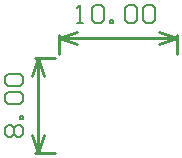
<source format=gm1>
G04 Layer_Color=16711935*
%FSAX25Y25*%
%MOIN*%
G70*
G01*
G75*
%ADD19C,0.01000*%
%ADD20C,0.00600*%
D19*
X0291870Y0364819D02*
Y0371020D01*
X0252500Y0364819D02*
Y0371020D01*
X0272185Y0370020D02*
X0291870D01*
X0252500D02*
X0272185D01*
X0285870Y0372020D02*
X0291870Y0370020D01*
X0285870Y0368020D02*
X0291870Y0370020D01*
X0252500D02*
X0258500Y0368020D01*
X0252500Y0370020D02*
X0258500Y0372020D01*
X0244709Y0363425D02*
X0251106D01*
X0244709Y0331929D02*
X0251106D01*
X0245709Y0347677D02*
Y0363425D01*
Y0331929D02*
Y0347677D01*
X0243709Y0357425D02*
X0245709Y0363425D01*
X0247709Y0357425D01*
X0245709Y0331929D02*
X0247709Y0337929D01*
X0243709D02*
X0245709Y0331929D01*
D20*
X0258701Y0375236D02*
X0260700D01*
X0259700D01*
Y0381234D01*
X0258701Y0380235D01*
X0263699D02*
X0264699Y0381234D01*
X0266698D01*
X0267698Y0380235D01*
Y0376236D01*
X0266698Y0375236D01*
X0264699D01*
X0263699Y0376236D01*
Y0380235D01*
X0269697Y0375236D02*
Y0376236D01*
X0270697D01*
Y0375236D01*
X0269697D01*
X0274696Y0380235D02*
X0275695Y0381234D01*
X0277695D01*
X0278694Y0380235D01*
Y0376236D01*
X0277695Y0375236D01*
X0275695D01*
X0274696Y0376236D01*
Y0380235D01*
X0280694D02*
X0281693Y0381234D01*
X0283693D01*
X0284692Y0380235D01*
Y0376236D01*
X0283693Y0375236D01*
X0281693D01*
X0280694Y0376236D01*
Y0380235D01*
X0235691Y0337244D02*
X0234691Y0338244D01*
Y0340243D01*
X0235691Y0341243D01*
X0236690D01*
X0237690Y0340243D01*
X0238690Y0341243D01*
X0239689D01*
X0240689Y0340243D01*
Y0338244D01*
X0239689Y0337244D01*
X0238690D01*
X0237690Y0338244D01*
X0236690Y0337244D01*
X0235691D01*
X0237690Y0338244D02*
Y0340243D01*
X0240689Y0343242D02*
X0239689D01*
Y0344242D01*
X0240689D01*
Y0343242D01*
X0235691Y0348240D02*
X0234691Y0349240D01*
Y0351240D01*
X0235691Y0352239D01*
X0239689D01*
X0240689Y0351240D01*
Y0349240D01*
X0239689Y0348240D01*
X0235691D01*
Y0354239D02*
X0234691Y0355238D01*
Y0357238D01*
X0235691Y0358237D01*
X0239689D01*
X0240689Y0357238D01*
Y0355238D01*
X0239689Y0354239D01*
X0235691D01*
M02*

</source>
